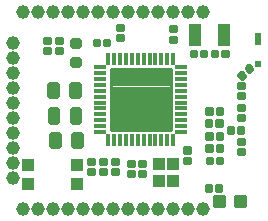
<source format=gbr>
G04 EAGLE Gerber RS-274X export*
G75*
%MOMM*%
%FSLAX34Y34*%
%LPD*%
%INSoldermask Top*%
%IPPOS*%
%AMOC8*
5,1,8,0,0,1.08239X$1,22.5*%
G01*
%ADD10R,0.977000X0.427000*%
%ADD11R,0.427000X0.977000*%
%ADD12C,0.268850*%
%ADD13C,0.406869*%
%ADD14C,0.631119*%
%ADD15C,0.531859*%
%ADD16R,1.127000X1.927000*%
%ADD17R,0.977000X1.077000*%
%ADD18C,0.400200*%
%ADD19R,0.627000X0.627000*%
%ADD20R,0.627000X1.027000*%
%ADD21R,1.027000X1.127000*%
%ADD22C,0.428259*%
%ADD23C,1.177000*%


D10*
X145371Y67242D03*
X145371Y72242D03*
X145371Y77242D03*
X145371Y82242D03*
X145371Y87242D03*
X145371Y92242D03*
X145371Y97242D03*
X145371Y102242D03*
X145371Y107242D03*
X145371Y112242D03*
X145371Y117242D03*
X145371Y122242D03*
D11*
X138371Y129242D03*
X133371Y129242D03*
X128371Y129242D03*
X123371Y129242D03*
X118371Y129242D03*
X113371Y129242D03*
X108371Y129242D03*
X103371Y129242D03*
X98371Y129242D03*
X93371Y129242D03*
X88371Y129242D03*
X83371Y129242D03*
D10*
X76371Y122242D03*
X76371Y117242D03*
X76371Y112242D03*
X76371Y107242D03*
X76371Y102242D03*
X76371Y97242D03*
X76371Y92242D03*
X76371Y87242D03*
X76371Y82242D03*
X76371Y77242D03*
X76371Y72242D03*
X76371Y67242D03*
D11*
X83371Y60242D03*
X88371Y60242D03*
X93371Y60242D03*
X98371Y60242D03*
X103371Y60242D03*
X108371Y60242D03*
X113371Y60242D03*
X118371Y60242D03*
X123371Y60242D03*
X128371Y60242D03*
X133371Y60242D03*
X138371Y60242D03*
D12*
X85330Y69201D02*
X85330Y120283D01*
X136412Y120283D01*
X136412Y69201D01*
X85330Y69201D01*
X85330Y71756D02*
X136412Y71756D01*
X136412Y74311D02*
X85330Y74311D01*
X85330Y76866D02*
X136412Y76866D01*
X136412Y79421D02*
X85330Y79421D01*
X85330Y81976D02*
X136412Y81976D01*
X136412Y84531D02*
X85330Y84531D01*
X85330Y87086D02*
X136412Y87086D01*
X136412Y89641D02*
X85330Y89641D01*
X85330Y92196D02*
X136412Y92196D01*
X136412Y94751D02*
X85330Y94751D01*
X85330Y97306D02*
X136412Y97306D01*
X136412Y99861D02*
X85330Y99861D01*
X85330Y102416D02*
X136412Y102416D01*
X136412Y104971D02*
X85330Y104971D01*
X85330Y107526D02*
X136412Y107526D01*
X136412Y110081D02*
X85330Y110081D01*
X85330Y112636D02*
X136412Y112636D01*
X136412Y115191D02*
X85330Y115191D01*
X85330Y117746D02*
X136412Y117746D01*
D13*
X43257Y143334D02*
X43257Y145936D01*
X43257Y143334D02*
X40055Y143334D01*
X40055Y145936D01*
X43257Y145936D01*
X40055Y137336D02*
X40055Y134734D01*
X40055Y137336D02*
X43257Y137336D01*
X43257Y134734D01*
X40055Y134734D01*
X32970Y143334D02*
X32970Y145936D01*
X32970Y143334D02*
X29768Y143334D01*
X29768Y145936D01*
X32970Y145936D01*
X29768Y137336D02*
X29768Y134734D01*
X29768Y137336D02*
X32970Y137336D01*
X32970Y134734D01*
X29768Y134734D01*
X90501Y43828D02*
X90501Y41226D01*
X87299Y41226D01*
X87299Y43828D01*
X90501Y43828D01*
X87299Y35228D02*
X87299Y32626D01*
X87299Y35228D02*
X90501Y35228D01*
X90501Y32626D01*
X87299Y32626D01*
X77520Y32499D02*
X77520Y35101D01*
X80722Y35101D01*
X80722Y32499D01*
X77520Y32499D01*
X80722Y41099D02*
X80722Y43701D01*
X80722Y41099D02*
X77520Y41099D01*
X77520Y43701D01*
X80722Y43701D01*
X74979Y144603D02*
X72377Y144603D01*
X74979Y144603D02*
X74979Y141401D01*
X72377Y141401D01*
X72377Y144603D01*
X80977Y141401D02*
X83579Y141401D01*
X80977Y141401D02*
X80977Y144603D01*
X83579Y144603D01*
X83579Y141401D01*
X172326Y135332D02*
X174928Y135332D01*
X174928Y132130D01*
X172326Y132130D01*
X172326Y135332D01*
X180926Y132130D02*
X183528Y132130D01*
X180926Y132130D02*
X180926Y135332D01*
X183528Y135332D01*
X183528Y132130D01*
X165621Y132130D02*
X163019Y132130D01*
X163019Y135332D01*
X165621Y135332D01*
X165621Y132130D01*
X157021Y135332D02*
X154419Y135332D01*
X157021Y135332D02*
X157021Y132130D01*
X154419Y132130D01*
X154419Y135332D01*
X136702Y144640D02*
X136702Y147242D01*
X139904Y147242D01*
X139904Y144640D01*
X136702Y144640D01*
X139904Y153240D02*
X139904Y155842D01*
X139904Y153240D02*
X136702Y153240D01*
X136702Y155842D01*
X139904Y155842D01*
X91744Y148512D02*
X91744Y145910D01*
X91744Y148512D02*
X94946Y148512D01*
X94946Y145910D01*
X91744Y145910D01*
X94946Y154510D02*
X94946Y157112D01*
X94946Y154510D02*
X91744Y154510D01*
X91744Y157112D01*
X94946Y157112D01*
X104090Y41923D02*
X104090Y39321D01*
X100888Y39321D01*
X100888Y41923D01*
X104090Y41923D01*
X100888Y33323D02*
X100888Y30721D01*
X100888Y33323D02*
X104090Y33323D01*
X104090Y30721D01*
X100888Y30721D01*
X70562Y41099D02*
X70562Y43701D01*
X70562Y41099D02*
X67360Y41099D01*
X67360Y43701D01*
X70562Y43701D01*
X67360Y35101D02*
X67360Y32499D01*
X67360Y35101D02*
X70562Y35101D01*
X70562Y32499D01*
X67360Y32499D01*
D14*
X59201Y55872D02*
X54241Y55872D01*
X54241Y65032D01*
X59201Y65032D01*
X59201Y55872D01*
X59201Y61867D02*
X54241Y61867D01*
X40501Y65032D02*
X35541Y65032D01*
X40501Y65032D02*
X40501Y55872D01*
X35541Y55872D01*
X35541Y65032D01*
X35541Y61867D02*
X40501Y61867D01*
X39358Y107450D02*
X34398Y107450D01*
X39358Y107450D02*
X39358Y98290D01*
X34398Y98290D01*
X34398Y107450D01*
X34398Y104285D02*
X39358Y104285D01*
X53098Y98290D02*
X58058Y98290D01*
X53098Y98290D02*
X53098Y107450D01*
X58058Y107450D01*
X58058Y98290D01*
X58058Y104285D02*
X53098Y104285D01*
D13*
X113742Y41923D02*
X113742Y39321D01*
X110540Y39321D01*
X110540Y41923D01*
X113742Y41923D01*
X110540Y33323D02*
X110540Y30721D01*
X110540Y33323D02*
X113742Y33323D01*
X113742Y30721D01*
X110540Y30721D01*
X151461Y50751D02*
X151461Y53353D01*
X151461Y50751D02*
X148259Y50751D01*
X148259Y53353D01*
X151461Y53353D01*
X148259Y44753D02*
X148259Y42151D01*
X148259Y44753D02*
X151461Y44753D01*
X151461Y42151D01*
X148259Y42151D01*
D15*
X53635Y123986D02*
X53635Y127838D01*
X58887Y127838D01*
X58887Y123986D01*
X53635Y123986D01*
X58887Y140386D02*
X58887Y144238D01*
X58887Y140386D02*
X53635Y140386D01*
X53635Y144238D01*
X58887Y144238D01*
D14*
X58185Y76700D02*
X53225Y76700D01*
X53225Y85860D01*
X58185Y85860D01*
X58185Y76700D01*
X58185Y82695D02*
X53225Y82695D01*
X39485Y85860D02*
X34525Y85860D01*
X39485Y85860D02*
X39485Y76700D01*
X34525Y76700D01*
X34525Y85860D01*
X34525Y82695D02*
X39485Y82695D01*
D16*
X181537Y149352D03*
X156537Y149352D03*
D17*
X138211Y25643D03*
X138211Y40143D03*
X126711Y40143D03*
X126711Y25643D03*
D18*
X167193Y73042D02*
X169861Y73042D01*
X167193Y73042D02*
X167193Y76310D01*
X169861Y76310D01*
X169861Y73042D01*
X175833Y73042D02*
X178501Y73042D01*
X175833Y73042D02*
X175833Y76310D01*
X178501Y76310D01*
X178501Y73042D01*
X169988Y83329D02*
X167320Y83329D01*
X167320Y86597D01*
X169988Y86597D01*
X169988Y83329D01*
X175960Y83329D02*
X178628Y83329D01*
X175960Y83329D02*
X175960Y86597D01*
X178628Y86597D01*
X178628Y83329D01*
X178755Y44814D02*
X176087Y44814D01*
X178755Y44814D02*
X178755Y41546D01*
X176087Y41546D01*
X176087Y44814D01*
X170115Y44814D02*
X167447Y44814D01*
X170115Y44814D02*
X170115Y41546D01*
X167447Y41546D01*
X167447Y44814D01*
X167320Y62374D02*
X169988Y62374D01*
X167320Y62374D02*
X167320Y65642D01*
X169988Y65642D01*
X169988Y62374D01*
X175960Y62374D02*
X178628Y62374D01*
X175960Y62374D02*
X175960Y65642D01*
X178628Y65642D01*
X178628Y62374D01*
X194073Y60899D02*
X194073Y58231D01*
X194073Y60899D02*
X197341Y60899D01*
X197341Y58231D01*
X194073Y58231D01*
X194073Y52259D02*
X194073Y49591D01*
X194073Y52259D02*
X197341Y52259D01*
X197341Y49591D01*
X194073Y49591D01*
X197214Y96581D02*
X197214Y99249D01*
X197214Y96581D02*
X193946Y96581D01*
X193946Y99249D01*
X197214Y99249D01*
X197214Y105221D02*
X197214Y107889D01*
X197214Y105221D02*
X193946Y105221D01*
X193946Y107889D01*
X197214Y107889D01*
X196325Y113213D02*
X198292Y115015D01*
X196325Y113213D02*
X194118Y115621D01*
X196085Y117423D01*
X198292Y115015D01*
X196459Y117015D02*
X195640Y117015D01*
X202695Y119051D02*
X204662Y120853D01*
X202695Y119051D02*
X200488Y121459D01*
X202455Y123261D01*
X204662Y120853D01*
X202829Y122853D02*
X202010Y122853D01*
X169988Y52087D02*
X167320Y52087D01*
X167320Y55355D01*
X169988Y55355D01*
X169988Y52087D01*
X175960Y52087D02*
X178628Y52087D01*
X175960Y52087D02*
X175960Y55355D01*
X178628Y55355D01*
X178628Y52087D01*
X185735Y67708D02*
X188403Y67708D01*
X185735Y67708D02*
X185735Y70976D01*
X188403Y70976D01*
X188403Y67708D01*
X194375Y67708D02*
X197043Y67708D01*
X194375Y67708D02*
X194375Y70976D01*
X197043Y70976D01*
X197043Y67708D01*
X197087Y78039D02*
X197087Y80707D01*
X197087Y78039D02*
X193819Y78039D01*
X193819Y80707D01*
X197087Y80707D01*
X197087Y86679D02*
X197087Y89347D01*
X197087Y86679D02*
X193819Y86679D01*
X193819Y89347D01*
X197087Y89347D01*
D19*
X210566Y124968D03*
D20*
X210566Y145923D03*
D21*
X56822Y39242D03*
X56822Y23242D03*
X15822Y23242D03*
X15822Y39242D03*
D18*
X166939Y18051D02*
X169607Y18051D01*
X166939Y18051D02*
X166939Y21319D01*
X169607Y21319D01*
X169607Y18051D01*
X175579Y18051D02*
X178247Y18051D01*
X175579Y18051D02*
X175579Y21319D01*
X178247Y21319D01*
X178247Y18051D01*
D22*
X191331Y12511D02*
X191331Y5523D01*
X191331Y12511D02*
X198319Y12511D01*
X198319Y5523D01*
X191331Y5523D01*
X191331Y9592D02*
X198319Y9592D01*
X173791Y12511D02*
X173791Y5523D01*
X173791Y12511D02*
X180779Y12511D01*
X180779Y5523D01*
X173791Y5523D01*
X173791Y9592D02*
X180779Y9592D01*
D23*
X112903Y2286D03*
X125603Y2286D03*
X138303Y2286D03*
X151003Y2286D03*
X163703Y2286D03*
X100203Y2286D03*
X87503Y2286D03*
X74803Y2286D03*
X62103Y2286D03*
X49403Y2286D03*
X36703Y2286D03*
X24003Y2286D03*
X11303Y2286D03*
X112903Y168656D03*
X125603Y168656D03*
X138303Y168656D03*
X151003Y168656D03*
X163703Y168656D03*
X100203Y168656D03*
X87503Y168656D03*
X74803Y168656D03*
X62103Y168656D03*
X49403Y168656D03*
X36703Y168656D03*
X24003Y168656D03*
X11303Y168656D03*
X3048Y78994D03*
X3048Y66294D03*
X3048Y53594D03*
X3048Y40894D03*
X3048Y28194D03*
X3048Y91694D03*
X3048Y104394D03*
X3048Y117094D03*
X3048Y129794D03*
X3048Y142494D03*
M02*

</source>
